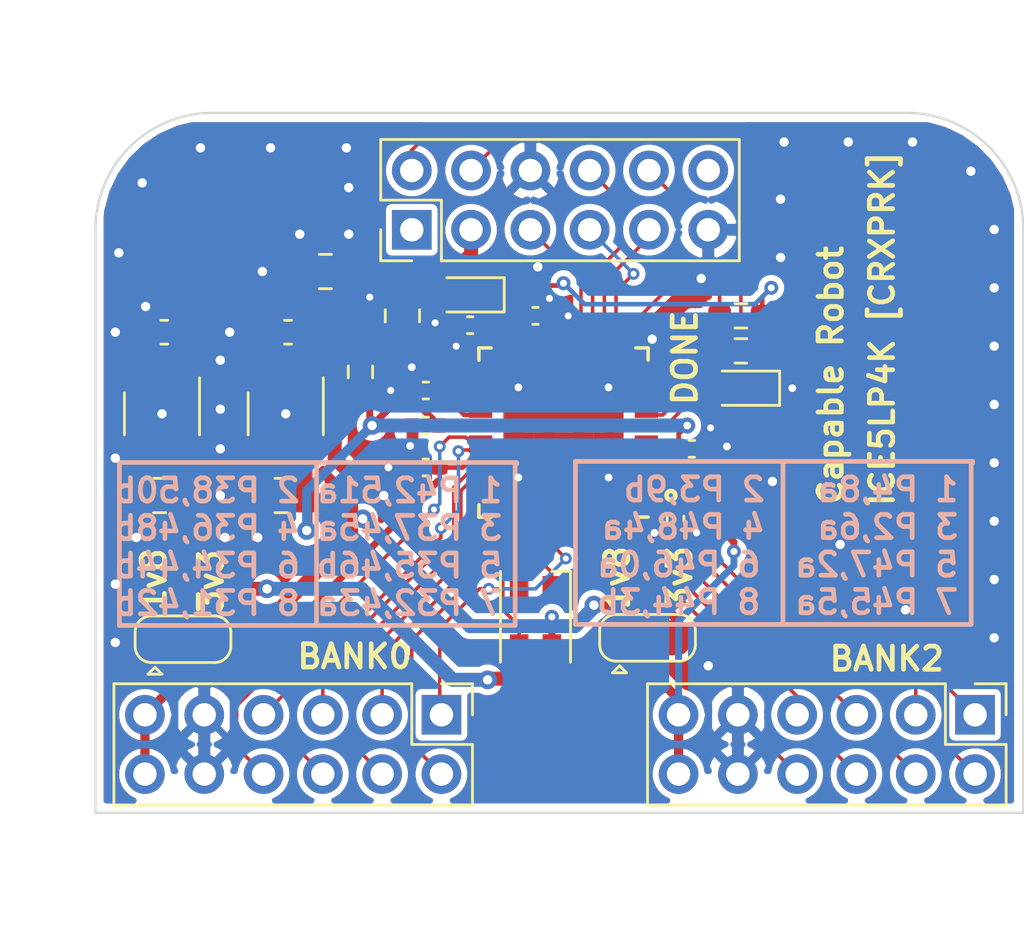
<source format=kicad_pcb>
(kicad_pcb (version 20210722) (generator pcbnew)
  (layers (0 "F.Cu" signal) (31 "B.Cu" signal) (34 "B.Paste" user) (35 "F.Paste" user) (36 "B.SilkS" user "B.Silkscreen") (37 "F.SilkS" user "F.Silkscreen") (38 "B.Mask" user) (39 "F.Mask" user) (44 "Edge.Cuts" user))
  (net 0 "")
  (net 1 "GND")
  (net 2 "+3V3")
  (net 3 "+1V2")
  (net 4 "Net-(C403-Pad1)")
  (net 5 "GPIO23_CDN")
  (net 6 "GPIO24_CRS")
  (net 7 "SPI_MOSI")
  (net 8 "SPI_MISO")
  (net 9 "GPIO25_SS")
  (net 10 "SPI_CLK")
  (net 11 "SPI_CE0")
  (net 12 "+1V8")
  (net 13 "/FPGA/B_9a")
  (net 14 "/FPGA/B_6a")
  (net 15 "/FPGA/B_4a")
  (net 16 "/FPGA/B_2a")
  (net 17 "/FPGA/B_0a")
  (net 18 "/FPGA/B_5a")
  (net 19 "/FPGA/B_3b")
  (net 20 "/FPGA/B_8a")
  (net 21 "Net-(J3-Pad8)")
  (net 22 "Net-(J3-Pad7)")
  (net 23 "Net-(J3-Pad6)")
  (net 24 "Net-(J3-Pad5)")
  (net 25 "Net-(J3-Pad4)")
  (net 26 "Net-(J3-Pad3)")
  (net 27 "Net-(J3-Pad2)")
  (net 28 "Net-(J3-Pad1)")
  (net 29 "/FPGA/VCCPLL")
  (net 30 "Net-(RGB1-Pad1)")
  (net 31 "Net-(RGB1-Pad3)")
  (net 32 "Net-(RGB1-Pad2)")
  (net 33 "/FPGA/VCCIO_2")
  (net 34 "/FPGA/VCCIO_0")
  (footprint "emeb:QFN-48-1EP_7x7mm_Pitch0.5mm_DIY_PADS" (layer "F.Cu") (at 135.3 93.7 180)
    (fp_text reference "U401" hide)
    (fp_text value "ice5lp4k_sg48")
  )
  (footprint "Package_TO_SOT_SMD:SOT-23-5_HandSoldering" (layer "F.Cu") (at 118.1 92.9 -90)
    (fp_text reference "U1" hide)
    (fp_text value "MCP1824-1.8")
  )
  (footprint "Package_TO_SOT_SMD:SOT-23-5_HandSoldering" (layer "F.Cu") (at 123.4 92.9 -90)
    (fp_text reference "U302" hide)
    (fp_text value "MCP1824-1.2")
  )
  (footprint "Capacitor_SMD:C_0603_1608Metric_Pad1.08x0.95mm_HandSolder" (layer "F.Cu") (at 118.2 89.4 180)
    (fp_text reference "C1" hide)
    (fp_text value "1uf")
  )
  (footprint "Capacitor_SMD:C_0805_2012Metric_Pad1.18x1.45mm_HandSolder" (layer "F.Cu") (at 118 96.4 180)
    (fp_text reference "C2" hide)
    (fp_text value "10uf")
  )
  (footprint "Capacitor_SMD:C_0603_1608Metric_Pad1.08x0.95mm_HandSolder" (layer "F.Cu") (at 123.5 89.4 180)
    (fp_text reference "C302" hide)
    (fp_text value "1uf")
  )
  (footprint "Capacitor_SMD:C_0805_2012Metric_Pad1.18x1.45mm_HandSolder" (layer "F.Cu") (at 125.1 86.8 180)
    (fp_text reference "C303" hide)
    (fp_text value "10uf")
  )
  (footprint "Capacitor_SMD:C_0402_1005Metric_Pad0.74x0.62mm_HandSolder" (layer "F.Cu") (at 140.1 97.4 -90)
    (fp_text reference "C401" hide)
    (fp_text value "0.1uf")
  )
  (footprint "Capacitor_SMD:C_0402_1005Metric_Pad0.74x0.62mm_HandSolder" (layer "F.Cu") (at 140.8 94.4)
    (fp_text reference "C402" hide)
    (fp_text value "0.1uf")
  )
  (footprint "Capacitor_SMD:C_0402_1005Metric_Pad0.74x0.62mm_HandSolder" (layer "F.Cu") (at 129.4 95.2 180)
    (fp_text reference "C408" hide)
    (fp_text value "0.1uf")
  )
  (footprint "Connector_PinHeader_2.54mm:PinHeader_2x06_P2.54mm_Vertical" (layer "F.Cu") (at 130.07 105.8 -90)
    (fp_text reference "J3" hide)
    (fp_text value "Conn_02x06_Odd_Even")
  )
  (footprint "Capacitor_SMD:C_0402_1005Metric_Pad0.74x0.62mm_HandSolder" (layer "F.Cu") (at 131.3 89.1 180)
    (fp_text reference "C403" hide)
    (fp_text value "0.1uf")
  )
  (footprint "Capacitor_SMD:C_0402_1005Metric_Pad0.74x0.62mm_HandSolder" (layer "F.Cu") (at 134.1 88.7)
    (fp_text reference "C404" hide)
    (fp_text value "0.1uf")
  )
  (footprint "Capacitor_SMD:C_0402_1005Metric_Pad0.74x0.62mm_HandSolder" (layer "F.Cu") (at 129.4 93.4 180)
    (fp_text reference "C407" hide)
    (fp_text value "0.1uf")
  )
  (footprint "LED_SMD:LED_Cree-PLCC4_3.2x2.8mm_CCW" (layer "F.Cu") (at 134.1 101.6 -90)
    (fp_text reference "RGB1" hide)
    (fp_text value "LED_RGBA")
  )
  (footprint "LED_SMD:LED_0603_1608Metric_Pad1.05x0.95mm_HandSolder" (layer "F.Cu") (at 142.9 91.8 180)
    (fp_text reference "D401" hide)
    (fp_text value "LED")
  )
  (footprint "Resistor_SMD:R_0603_1608Metric_Pad0.98x0.95mm_HandSolder" (layer "F.Cu") (at 142.9 90.2 180)
    (fp_text reference "R402" hide)
    (fp_text value "2.2k")
  )
  (footprint "Resistor_SMD:R_0603_1608Metric_Pad0.98x0.95mm_HandSolder" (layer "F.Cu") (at 142.9 88.7 180)
    (fp_text reference "R401" hide)
    (fp_text value "10k")
  )
  (footprint "Connector_PinHeader_2.54mm:PinHeader_2x06_P2.54mm_Vertical" (layer "F.Cu") (at 128.8 85.01 90)
    (fp_text reference "J1" hide)
    (fp_text value "Conn_02x06_Odd_Even")
  )
  (footprint "Connector_PinHeader_2.54mm:PinHeader_2x06_P2.54mm_Vertical" (layer "F.Cu") (at 152.93 105.8 -90)
    (fp_text reference "J2" hide)
    (fp_text value "Conn_02x06_Odd_Even")
  )
  (footprint "Jumper:SolderJumper-3_P1.3mm_Bridged12_RoundedPad1.0x1.5mm" (layer "F.Cu") (at 138.9 102.5)
    (fp_text reference "JP1" hide)
    (fp_text value "Jumper_3_Bridged12")
  )
  (footprint "Resistor_SMD:R_0603_1608Metric_Pad0.98x0.95mm_HandSolder" (layer "F.Cu") (at 126.6 91.1 -90)
    (fp_text reference "R406" hide)
    (fp_text value "100")
  )
  (footprint "Jumper:SolderJumper-3_P1.3mm_Bridged12_RoundedPad1.0x1.5mm" (layer "F.Cu") (at 119 102.56)
    (fp_text reference "JP2" hide)
    (fp_text value "Jumper_3_Bridged12")
  )
  (footprint "Capacitor_SMD:C_0402_1005Metric_Pad0.74x0.62mm_HandSolder" (layer "F.Cu") (at 129.4 91.9 180)
    (fp_text reference "C405" hide)
    (fp_text value "0.1uf")
  )
  (footprint "Diode_SMD:D_0603_1608Metric_Pad1.05x0.95mm_HandSolder" (layer "F.Cu") (at 131.1 87.8 180)
    (fp_text reference "D405" hide)
    (fp_text value "D")
  )
  (footprint "Capacitor_SMD:C_0805_2012Metric_Pad1.18x1.45mm_HandSolder" (layer "F.Cu") (at 128.4 88.7 90)
    (fp_text reference "C406" hide)
    (fp_text value "10uf")
  )
  (footprint "Capacitor_SMD:C_0805_2012Metric_Pad1.18x1.45mm_HandSolder" (layer "F.Cu") (at 123.2 96.4 180)
    (fp_text reference "C304" hide)
    (fp_text value "10uf")
  )
  (gr_line (start 152.7645 95.066) (end 152.7645 101.924) (angle 90) (layer "B.SilkS") (width 0.2))
  (gr_line (start 152.7645 101.924) (end 135.81 101.924) (angle 90) (layer "B.SilkS") (width 0.2))
  (gr_line (start 135.81 101.924) (end 135.81 94.939) (angle 90) (layer "B.SilkS") (width 0.2))
  (gr_line (start 135.81 94.939) (end 152.828 94.939) (angle 90) (layer "B.SilkS") (width 0.2))
  (gr_line (start 152.828 94.939) (end 152.828 95.0025) (angle 90) (layer "B.SilkS") (width 0.2))
  (gr_line (start 144.7 94.939) (end 144.7 101.924) (angle 90) (layer "B.SilkS") (width 0.2))
  (gr_line (start 124.72 94.983) (end 124.72 101.968) (angle 90) (layer "B.SilkS") (width 0.2))
  (gr_line (start 133.2925 94.983) (end 133.2925 95.0465) (angle 90) (layer "B.SilkS") (width 0.2))
  (gr_line (start 116.2745 94.983) (end 133.2925 94.983) (angle 90) (layer "B.SilkS") (width 0.2))
  (gr_line (start 116.2745 101.968) (end 116.2745 94.983) (angle 90) (layer "B.SilkS") (width 0.2))
  (gr_line (start 133.229 101.968) (end 116.2745 101.968) (angle 90) (layer "B.SilkS") (width 0.2))
  (gr_line (start 133.229 95.11) (end 133.229 101.968) (angle 90) (layer "B.SilkS") (width 0.2))
  (gr_circle (center 139.902 96.3965) (end 139.8385 96.46) (layer "F.SilkS") (width 0.2) (fill none))
  (gr_line (start 120.25 80) (end 150 80) (angle 90) (layer "Edge.Cuts") (width 0.1))
  (gr_line (start 155 85) (end 155 110) (angle 90) (layer "Edge.Cuts") (width 0.1))
  (gr_arc (start 120.25 85) (end 120.25 80) (angle -90) (layer "Edge.Cuts") (width 0.1))
  (gr_line (start 115.25 85) (end 115.25 110) (layer "Edge.Cuts") (width 0.1))
  (gr_arc (start 150 85) (end 155 85) (angle -90) (layer "Edge.Cuts") (width 0.1))
  (gr_line (start 115.25 110) (end 155 110) (angle 90) (layer "Edge.Cuts") (width 0.1))
  (gr_text "1 P4,8a   2 P3,9b\n3 P2,6a   4 P48,4a\n5 P47,2a  6 P46,0a\n7 P45,5a  8 P44,3b" (at 152.32 98.5585) (layer "B.SilkS") (effects (font (size 1 1) (thickness 0.2)) (justify left mirror)))
  (gr_text "1 P42,51a 2 P38,50b\n3 P37,45a 4 P36,48b \n5 P35,46b 6 P34,44b \n7 P32,43a 8 P31,42b" (at 132.7845 98.6025) (layer "B.SilkS") (effects (font (size 1 1) (thickness 0.2)) (justify left mirror)))
  (gr_text "BANK0" (at 126.35 103.3) (layer "F.SilkS") (effects (font (size 1 1) (thickness 0.2))))
  (gr_text "BANK2" (at 149.15 103.4) (layer "F.SilkS") (effects (font (size 1 1) (thickness 0.2))))
  (gr_text "1v8" (at 137.6 99.925 90) (layer "F.SilkS") (effects (font (size 1 1) (thickness 0.2))))
  (gr_text "Capable Robot" (at 146.75 91.25 90) (layer "F.SilkS") (effects (font (size 1 1) (thickness 0.2))))
  (gr_text "3v3" (at 120.2 100.075 90) (layer "F.SilkS") (effects (font (size 1 1) (thickness 0.2))))
  (gr_text "ICE5LP4K [CRXPRK]" (at 148.95 89.25 90) (layer "F.SilkS") (effects (font (size 1 1) (thickness 0.2))))
  (gr_text "DONE" (at 140.5 90.5 90) (layer "F.SilkS") (effects (font (size 1 1) (thickness 0.2))))
  (gr_text "3v3" (at 140.275 99.925 90) (layer "F.SilkS") (effects (font (size 1 1) (thickness 0.2))))
  (gr_text "1v8" (at 117.75 100.025 90) (layer "F.SilkS") (effects (font (size 1 1) (thickness 0.2))))
  (segment (start 137.23125 93.05625) (end 137.23125 94.34375) (width 0.254) (layer "F.Cu") (net 1))
  (segment (start 137.23125 94.34375) (end 137.23125 95.63125) (width 0.254) (layer "F.Cu") (net 1))
  (segment (start 137.23125 95.63125) (end 135.94375 95.63125) (width 0.254) (layer "F.Cu") (net 1))
  (segment (start 135.94375 95.63125) (end 135.94375 94.34375) (width 0.254) (layer "F.Cu") (net 1))
  (segment (start 135.94375 94.34375) (end 135.94375 93.05625) (width 0.254) (layer "F.Cu") (net 1))
  (segment (start 135.94375 93.05625) (end 135.94375 91.76875) (width 0.254) (layer "F.Cu") (net 1))
  (segment (start 135.94375 91.76875) (end 134.65625 91.76875) (width 0.254) (layer "F.Cu") (net 1))
  (segment (start 134.65625 91.76875) (end 134.65625 93.05625) (width 0.254) (layer "F.Cu") (net 1))
  (segment (start 134.65625 93.05625) (end 134.65625 94.34375) (width 0.254) (layer "F.Cu") (net 1))
  (segment (start 134.65625 94.34375) (end 134.65625 95.63125) (width 0.254) (layer "F.Cu") (net 1))
  (segment (start 134.65625 95.63125) (end 133.36875 95.63125) (width 0.254) (layer "F.Cu") (net 1))
  (segment (start 133.36875 95.63125) (end 133.36875 94.34375) (width 0.254) (layer "F.Cu") (net 1))
  (segment (start 133.36875 94.34375) (end 133.36875 93.05625) (width 0.254) (layer "F.Cu") (net 1))
  (segment (start 133.36875 93.05625) (end 133.36875 91.76875) (width 0.254) (layer "F.Cu") (net 1))
  (segment (start 123.4 91.55) (end 123.4 92.9) (width 0.4) (layer "F.Cu") (net 1))
  (segment (start 122.2 97.699992) (end 122.2 97.9) (width 0.4) (layer "F.Cu") (net 1))
  (segment (start 120.900008 96.4) (end 120.9 96.399992) (width 0.4) (layer "F.Cu") (net 1))
  (segment (start 122.1625 96.4) (end 120.900008 96.4) (width 0.4) (layer "F.Cu") (net 1))
  (segment (start 122.6375 89.4) (end 121.5 89.4) (width 0.4) (layer "F.Cu") (net 1))
  (segment (start 122.1625 96.4) (end 122.1625 97.8625) (width 0.4) (layer "F.Cu") (net 1))
  (segment (start 122.1625 97.8625) (end 122.2 97.9) (width 0.4) (layer "F.Cu") (net 1))
  (segment (start 124.0625 85.4625) (end 124 85.4) (width 0.4) (layer "F.Cu") (net 1))
  (segment (start 115.95 96.4) (end 115.8 96.25) (width 0.4) (layer "F.Cu") (net 1))
  (segment (start 118.1 91.55) (end 118.1 92.9) (width 0.4) (layer "F.Cu") (net 1))
  (segment (start 140.1 97.9675) (end 139.2325 97.9675) (width 0.2) (layer "F.Cu") (net 1))
  (segment (start 129.9 89.1) (end 129.8 89) (width 0.3) (layer "F.Cu") (net 1))
  (segment (start 130.7325 89.967508) (end 130.7 90.000008) (width 0.3) (layer "F.Cu") (net 1))
  (segment (start 142.2 94.4) (end 142.3 94.3) (width 0.2) (layer "F.Cu") (net 1))
  (segment (start 141.3675 94.4) (end 142.2 94.4) (width 0.2) (layer "F.Cu") (net 1))
  (segment (start 145.3 91.8) (end 145.099998 91.8) (width 0.2) (layer "F.Cu") (net 1))
  (segment (start 140.1 97.9675) (end 140.9675 97.9675) (width 0.2) (layer "F.Cu") (net 1))
  (segment (start 116.9625 96.4) (end 115.95 96.4) (width 0.4) (layer "F.Cu") (net 1))
  (segment (start 134.6675 87.98491) (end 134.7 87.95241) (width 0.2) (layer "F.Cu") (net 1))
  (segment (start 130.7325 89.1) (end 129.9 89.1) (width 0.3) (layer "F.Cu") (net 1))
  (segment (start 128.4 87.6625) (end 127.2375 87.6625) (width 0.3) (layer "F.Cu") (net 1))
  (segment (start 117.3375 89.4) (end 116.1 89.4) (width 0.4) (layer "F.Cu") (net 1))
  (segment (start 127.90002 91.9) (end 127.9 91.89998) (width 0.3) (layer "F.Cu") (net 1))
  (segment (start 134.6675 88.7) (end 134.6675 87.98491) (width 0.2) (layer "F.Cu") (net 1))
  (segment (start 128.8325 90.9325) (end 128.8 90.9) (width 0.3) (layer "F.Cu") (net 1))
  (segment (start 128.8325 94.170392) (end 128.72943 94.273462) (width 0.2) (layer "F.Cu") (net 1))
  (segment (start 133.88 82.47) (end 132.65 83.7) (width 0.4) (layer "F.Cu") (net 1))
  (segment (start 116.9625 97.8375) (end 116.9 97.9) (width 0.4) (layer "F.Cu") (net 1))
  (segment (start 141.3675 94.4) (end 141.3675 93.7325) (width 0.2) (layer "F.Cu") (net 1))
  (segment (start 116.9625 96.4) (end 116.9625 97.8375) (width 0.4) (layer "F.Cu") (net 1))
  (segment (start 143.775 91.8) (end 145.099998 91.8) (width 0.2) (layer "F.Cu") (net 1))
  (segment (start 140.9675 97.9675) (end 141 98) (width 0.2) (layer "F.Cu") (net 1))
  (segment (start 127.2375 87.6625) (end 127 87.9) (width 0.3) (layer "F.Cu") (net 1))
  (segment (start 130.7325 89.1) (end 130.7325 89.967508) (width 0.3) (layer "F.Cu") (net 1))
  (segment (start 117.3375 89.4) (end 117.3375 88.3625) (width 0.4) (layer "F.Cu") (net 1))
  (segment (start 117.3375 88.3625) (end 117.4 88.3) (width 0.4) (layer "F.Cu") (net 1))
  (segment (start 124.0625 86.8) (end 124.0625 85.4625) (width 0.4) (layer "F.Cu") (net 1))
  (segment (start 128.8325 95.2) (end 128.8325 94.376532) (width 0.3) (layer "F.Cu") (net 1))
  (segment (start 137.23125 91.76875) (end 137.23125 93.05625) (width 0.254) (layer "F.Cu") (net 1))
  (segment (start 128.4 87.6625) (end 128.4 87.8) (width 0.3) (layer "F.Cu") (net 1))
  (segment (start 128.8325 95.2) (end 127.8 95.2) (width 0.3) (layer "F.Cu") (net 1))
  (segment (start 134.6675 88.7) (end 135.5 88.7) (width 0.2) (layer "F.Cu") (net 1))
  (segment (start 141.3675 93.7325) (end 141.6 93.5) (width 0.2) (layer "F.Cu") (net 1))
  (segment (start 124.0625 86.8) (end 122.8 86.8) (width 0.4) (layer "F.Cu") (net 1))
  (segment (start 128.8325 91.9) (end 127.90002 91.9) (width 0.3) (layer "F.Cu") (net 1))
  (segment (start 128.8325 94.376532) (end 128.72943 94.273462) (width 0.2) (layer "F.Cu") (net 1))
  (segment (start 128 91.79998) (end 127.9 91.89998) (width 0.3) (layer "F.Cu") (net 1))
  (segment (start 128.4625 87.6625) (end 129.8 89) (width 0.3) (layer "F.Cu") (net 1))
  (segment (start 128.8325 93.4) (end 128.8325 94.170392) (width 0.3) (layer "F.Cu") (net 1))
  (segment (start 128.4 87.6625) (end 128.4625 87.6625) (width 0.3) (layer "F.Cu") (net 1))
  (segment (start 115.8 96.25) (end 115.8 95.1) (width 0.4) (layer "F.Cu") (net 1))
  (segment (start 139.2325 97.9675) (end 139.2 98) (width 0.2) (layer "F.Cu") (net 1))
  (segment (start 128.8325 91.9) (end 128.8325 90.9325) (width 0.3) (layer "F.Cu") (net 1))
  (segment (start 115.8 95.1) (end 116.1 94.8) (width 0.4) (layer "F.Cu") (net 1))
  (via (at 123.4 92.9) (size 0.8) (drill 0.4) (layers "F.Cu" "B.Cu") (net 1))
  (via (at 122.2 98.2) (size 0.8) (drill 0.4) (layers "F.Cu" "B.Cu") (net 1))
  (via (at 120.6 96.399992) (size 0.8) (drill 0.4) (layers "F.Cu" "B.Cu") (net 1))
  (via (at 121 89.4) (size 0.8) (drill 0.4) (layers "F.Cu" "B.Cu") (net 1))
  (via (at 117.4 88.3) (size 0.8) (drill 0.4) (layers "F.Cu" "B.Cu") (net 1))
  (via (at 139.1 89.7) (size 0.8) (drill 0.4) (layers "F.Cu" "B.Cu") (net 1))
  (via (at 149.95 101.3) (size 0.8) (drill 0.4) (layers "F.Cu" "B.Cu") (net 1))
  (via (at 117 98.2) (size 0.8) (drill 0.4) (layers "F.Cu" "B.Cu") (net 1))
  (via (at 150.25 81.25) (size 0.8) (drill 0.4) (layers "F.Cu" "B.Cu") (net 1))
  (via (at 141 98) (size 0.6) (drill 0.3) (layers "F.Cu" "B.Cu") (net 1))
  (via (at 153.75 87.5) (size 0.8) (drill 0.4) (layers "F.Cu" "B.Cu") (net 1))
  (via (at 117.25 83) (size 0.8) (drill 0.4) (layers "F.Cu" "B.Cu") (net 1))
  (via (at 153.75 92.5) (size 0.8) (drill 0.4) (layers "F.Cu" "B.Cu") (net 1))
  (via (at 122.75 81.5) (size 0.8) (drill 0.4) (layers "F.Cu" "B.Cu") (net 1))
  (via (at 129.8 89) (size 0.6) (drill 0.3) (layers "F.Cu" "B.Cu") (net 1))
  (via (at 153.75 97.5) (size 0.8) (drill 0.4) (layers "F.Cu" "B.Cu") (net 1))
  (via (at 141.2 87.1) (size 0.8) (drill 0.4) (layers "F.Cu" "B.Cu") (net 1))
  (via (at 145.099998 91.8) (size 0.6858) (drill 0.3302) (layers "F.Cu" "B.Cu") (net 1))
  (via (at 126 81.5) (size 0.8) (drill 0.4) (layers "F.Cu" "B.Cu") (net 1))
  (via (at 127.6 96.4) (size 0.8) (drill 0.4) (layers "F.Cu" "B.Cu") (net 1))
  (via (at 116.1 94.8) (size 0.8) (drill 0.4) (layers "F.Cu" "B.Cu") (net 1))
  (via (at 144.75 81.25) (size 0.8) (drill 0.4) (layers "F.Cu" "B.Cu") (net 1))
  (via (at 120.6 92.7) (size 0.8) (drill 0.4) (layers "F.Cu" "B.Cu") (net 1))
  (via (at 153.75 95) (size 0.8) (drill 0.4) (layers "F.Cu" "B.Cu") (net 1))
  (via (at 126.1 83.2) (size 0.8) (drill 0.4) (layers "F.Cu" "B.Cu") (net 1))
  (via (at 144.6 83.7) (size 0.8) (drill 0.4) (layers "F.Cu" "B.Cu") (net 1))
  (via (at 116.1 102.7) (size 0.8) (drill 0.4) (layers "F.Cu" "B.Cu") (net 1))
  (via (at 135.5 88.7) (size 0.6) (drill 0.3) (layers "F.Cu" "B.Cu") (net 1))
  (via (at 118.1 92.9) (size 0.8) (drill 0.4) (layers "F.Cu" "B.Cu") (net 1))
  (via (at 120.6 94.4) (size 0.8) (drill 0.4) (layers "F.Cu" "B.Cu") (net 1))
  (via (at 120.6 90.6) (size 0.8) (drill 0.4) (layers "F.Cu" "B.Cu") (net 1))
  (via (at 147.15 98.5) (size 0.8) (drill 0.4) (layers "F.Cu" "B.Cu") (net 1))
  (via (at 139.2 98) (size 0.6858) (drill 0.3302) (layers "F.Cu" "B.Cu") (net 1))
  (via (at 134.7 87.95241) (size 0.6) (drill 0.3) (layers "F.Cu" "B.Cu") (net 1))
  (via (at 144.25 95.8) (size 0.8) (drill 0.4) (layers "F.Cu" "B.Cu") (net 1))
  (via (at 128.72943 94.273462) (size 0.6858) (drill 0.3302) (layers "F.Cu" "B.Cu") (net 1))
  (via (at 116.25 86) (size 0.8) (drill 0.4) (layers "F.Cu" "B.Cu") (net 1))
  (via (at 152.75 82.5) (size 0.8) (drill 0.4) (layers "F.Cu" "B.Cu") (net 1))
  (via (at 134.2 86.6) (size 0.8) (drill 0.4) (layers "F.Cu" "B.Cu") (net 1))
  (via (at 127.9 91.89998) (size 0.6) (drill 0.3) (layers "F.Cu" "B.Cu") (net 1))
  (via (at 122.4 86.8) (size 0.8) (drill 0.4) (layers "F.Cu" "B.Cu") (net 1))
  (via (at 120.8 98.2) (size 0.8) (drill 0.4) (layers "F.Cu" "B.Cu") (net 1))
  (via (at 153.75 85) (size 0.8) (drill 0.4) (layers "F.Cu" "B.Cu") (net 1))
  (via (at 153.75 100) (size 0.8) (drill 0.4) (layers "F.Cu" "B.Cu") (net 1))
  (via (at 153.75 90) (size 0.8) (drill 0.4) (layers "F.Cu" "B.Cu") (net 1))
  (via (at 142.3 94.3) (size 0.6858) (drill 0.3302) (layers "F.Cu" "B.Cu") (net 1))
  (via (at 137.23125 91.76875) (size 0.6858) (drill 0.3302) (layers "F.Cu" "B.Cu") (net 1))
  (via (at 141.5 103.7) (size 0.8) (drill 0.4) (layers "F.Cu" "B.Cu") (net 1))
  (via (at 116.1 89.4) (size 0.8) (drill 0.4) (layers "F.Cu" "B.Cu") (net 1))
  (via (at 119.75 81.5) (size 0.8) (drill 0.4) (layers "F.Cu" "B.Cu") (net 1))
  (via (at 133.36875 91.76875) (size 0.6858) (drill 0.3302) (layers "F.Cu" "B.Cu") (net 1))
  (via (at 124 85.2) (size 0.8) (drill 0.4) (layers "F.Cu" "B.Cu") (net 1))
  (via (at 127 87.9) (size 0.6) (drill 0.3) (layers "F.Cu" "B.Cu") (net 1))
  (via (at 133.36875 95.63125) (size 0.6858) (drill 0.3302) (layers "F.Cu" "B.Cu") (net 1))
  (via (at 141.6 93.5) (size 0.6) (drill 0.3) (layers "F.Cu" "B.Cu") (net 1))
  (via (at 126.1 85.2) (size 0.8) (drill 0.4) (layers "F.Cu" "B.Cu") (net 1))
  (via (at 147.5 81.25) (size 0.8) (drill 0.4) (layers "F.Cu" "B.Cu") (net 1))
  (via (at 137.23125 95.63125) (size 0.6858) (drill 0.3302) (layers "F.Cu" "B.Cu") (net 1))
  (via (at 128.8 90.9) (size 0.6858) (drill 0.3302) (layers "F.Cu" "B.Cu") (net 1))
  (via (at 144.6 86.2) (size 0.8) (drill 0.4) (layers "F.Cu" "B.Cu") (net 1))
  (via (at 116.1 100.2) (size 0.8) (drill 0.4) (layers "F.Cu" "B.Cu") (net 1))
  (via (at 130.7 90.000008) (size 0.6) (drill 0.3) (layers "F.Cu" "B.Cu") (net 1))
  (via (at 127.8 95.2) (size 0.6858) (drill 0.3302) (layers "F.Cu" "B.Cu") (net 1))
  (via (at 153.75 102.5) (size 0.8) (drill 0.4) (layers "F.Cu" "B.Cu") (net 1))
  (segment (start 133.3615 91.7615) (end 133.36875 91.76875) (width 0.254) (layer "B.Cu") (net 1))
  (segment (start 133.3615 91.761) (end 133.3615 91.7615) (width 0.254) (layer "B.Cu") (net 1))
  (segment (start 137.235 91.765) (end 137.23125 91.76875) (width 0.254) (layer "B.Cu") (net 1))
  (segment (start 137.235 91.765) (end 137.235 91.761) (width 0.254) (layer "B.Cu") (net 1))
  (segment (start 137.2345 95.6345) (end 137.23125 95.63125) (width 0.254) (layer "B.Cu") (net 1))
  (segment (start 137.235 95.6345) (end 137.2345 95.6345) (width 0.254) (layer "B.Cu") (net 1))
  (segment (start 133.3655 95.6345) (end 133.36875 95.63125) (width 0.254) (layer "B.Cu") (net 1))
  (segment (start 133.3615 95.6345) (end 133.3655 95.6345) (width 0.254) (layer "B.Cu") (net 1))
  (segment (start 141.1 103.7) (end 141.515 104.115) (width 0.3) (layer "B.Cu") (net 1))
  (segment (start 121.01 106.9) (end 121.15 106.9) (width 0.3) (layer "B.Cu") (net 1))
  (segment (start 133.88 82.47) (end 135.1 83.69) (width 0.4) (layer "B.Cu") (net 1))
  (segment (start 121.25 107) (end 121.15 106.9) (width 0.3) (layer "B.Cu") (net 1))
  (segment (start 144.03 107.06) (end 142.77 105.8) (width 0.4) (layer "B.Cu") (net 1))
  (segment (start 119.91 105.8) (end 121.01 106.9) (width 0.3) (layer "B.Cu") (net 1))
  (segment (start 118.65 106.92) (end 118.65 103.96) (width 0.3) (layer "B.Cu") (net 1))
  (segment (start 142.77 108.34) (end 141.515 107.085) (width 0.4) (layer "B.Cu") (net 1))
  (segment (start 144.05 107.06) (end 144.03 107.06) (width 0.4) (layer "B.Cu") (net 1))
  (segment (start 142.77 108.34) (end 144.05 107.06) (width 0.4) (layer "B.Cu") (net 1))
  (segment (start 118.57 107) (end 118.65 106.92) (width 0.3) (layer "B.Cu") (net 1))
  (segment (start 119.91 108.34) (end 121.25 107) (width 0.4) (layer "B.Cu") (net 1))
  (segment (start 133.88 82.47) (end 132.65 83.7) (width 0.4) (layer "B.Cu") (net 1))
  (segment (start 118.65 103.96) (end 118.57 103.88) (width 0.3) (layer "B.Cu") (net 1))
  (segment (start 121.15 106.9) (end 121.15 104.3) (width 0.3) (layer "B.Cu") (net 1))
  (segment (start 119.91 108.34) (end 118.57 107) (width 0.4) (layer "B.Cu") (net 1))
  (segment (start 142.77 105.8) (end 141.77 106.8) (width 0.4) (layer "B.Cu") (net 1))
  (segment (start 119.95 103) (end 119.95 105.76) (width 0.4) (layer "B.Cu") (net 1))
  (segment (start 141.515 107.085) (end 141.43 107) (width 0.4) (layer "B.Cu") (net 1))
  (segment (start 119.95 105.76) (end 118.81 106.9) (width 0.4) (layer "B.Cu") (net 1))
  (segment (start 144.05 107.06) (end 144.05 104.25) (width 0.3) (layer "B.Cu") (net 1))
  (segment (start 121.15 104.3) (end 121.25 104.2) (width 0.3) (layer "B.Cu") (net 1))
  (segment (start 141.515 104.115) (end 141.515 107.085) (width 0.3) (layer "B.Cu") (net 1))
  (segment (start 133.552 88.84) (end 133.552 88.84) (width 0.254) (layer "F.Cu") (net 2))
  (segment (start 133.55 88.842) (end 133.552 88.84) (width 0.254) (layer "F.Cu") (net 2))
  (segment (start 124.35 89.4125) (end 124.3625 89.4) (width 0.4) (layer "F.Cu") (net 2))
  (segment (start 124.35 91.55) (end 124.35 90.35) (width 0.4) (layer "F.Cu") (net 2))
  (segment (start 122.55 90.35) (end 124.35 90.35) (width 0.2) (layer "F.Cu") (net 2))
  (segment (start 124.35 90.35) (end 124.35 89.4125) (width 0.4) (layer "F.Cu") (net 2))
  (segment (start 122.45 90.45) (end 122.55 90.35) (width 0.2) (layer "F.Cu") (net 2))
  (segment (start 122.45 91.55) (end 122.45 90.45) (width 0.2) (layer "F.Cu") (net 2))
  (segment (start 139.547592 101.1) (end 136.6 101.1) (width 0.4) (layer "F.Cu") (net 2))
  (segment (start 133.55 90.15) (end 133.55 88.7175) (width 0.2) (layer "F.Cu") (net 2))
  (segment (start 133.5325 88.7) (end 133.5325 87.3325) (width 0.3) (layer "F.Cu") (net 2))
  (segment (start 126.7 97.4) (end 126.2 97.4) (width 0.6) (layer "F.Cu") (net 2))
  (segment (start 119.9 88.2) (end 120.8 88.2) (width 0.5) (layer "F.Cu") (net 2))
  (segment (start 119.0625 88.6375) (end 119.0625 89.4) (width 0.4) (layer "F.Cu") (net 2))
  (segment (start 124.3625 89.4) (end 125.5 89.4) (width 0.4) (layer "F.Cu") (net 2))
  (segment (start 117.15 90.45) (end 117.25 90.35) (width 0.2) (layer "F.Cu") (net 2))
  (segment (start 133.5325 87.0325) (end 133.1 86.6) (width 0.3) (layer "F.Cu") (net 2))
  (segment (start 133.55 88.7175) (end 133.5325 88.7) (width 0.2) (layer "F.Cu") (net 2))
  (segment (start 126.1 86.8375) (end 126.1375 86.8) (width 0.6) (layer "F.Cu") (net 2))
  (segment (start 134.1 87.4) (end 135.2 87.4) (width 0.2) (layer "F.Cu") (net 2))
  (segment (start 143.8125 88.7) (end 143.8125 87.8875) (width 0.2) (layer "F.Cu") (net 2))
  (segment (start 117.15 91.55) (end 117.15 90.45) (width 0.2) (layer "F.Cu") (net 2))
  (segment (start 130.225 86.575) (end 130.3 86.5) (width 0.3) (layer "F.Cu") (net 2))
  (segment (start 125.5 94.8) (end 126.2 95.5) (width 0.6) (layer "F.Cu") (net 2))
  (segment (start 120.8 88.2) (end 125.3 88.2) (width 0.5) (layer "F.Cu") (net 2))
  (segment (start 126.1375 88.3625) (end 125.8 88.7) (width 0.6) (layer "F.Cu") (net 2))
  (segment (start 140.2 102.5) (end 140.2 101.752408) (width 0.4) (layer "F.Cu") (net 2))
  (segment (start 119.5 88.2) (end 119.0625 88.6375) (width 0.4) (layer "F.Cu") (net 2))
  (segment (start 121.84 102.56) (end 120.3 102.56) (width 0.4) (layer "F.Cu") (net 2))
  (segment (start 131.34 86.06) (end 131.34 85.01) (width 0.6) (layer "F.Cu") (net 2))
  (segment (start 133.552 88.6805) (end 133.5325 88.7) (width 0.2) (layer "F.Cu") (net 2))
  (segment (start 125.5 89) (end 125.5 89.4) (width 0.6) (layer "F.Cu") (net 2))
  (segment (start 126.1375 86.8) (end 126.1375 88.3625) (width 0.6) (layer "F.Cu") (net 2))
  (segment (start 133.5325 87.3325) (end 133.5325 87.0325) (width 0.3) (layer "F.Cu") (net 2))
  (segment (start 126.2 95.5) (end 126.2 97.4) (width 0.6) (layer "F.Cu") (net 2))
  (segment (start 119.05 90.35) (end 119.05 89.4125) (width 0.4) (layer "F.Cu") (net 2))
  (segment (start 133.1 86.6) (end 131.88 86.6) (width 0.3) (layer "F.Cu") (net 2))
  (segment (start 133.6 87.4) (end 133.5325 87.3325) (width 0.3) (layer "F.Cu") (net 2))
  (segment (start 127 86.7) (end 127.2 86.5) (width 0.6) (layer "F.Cu") (net 2))
  (segment (start 135.2 87.4) (end 135.3 87.3) (width 0.2) (layer "F.Cu") (net 2))
  (segment (start 134.8 102.85) (end 134.8 101.600006) (width 0.3) (layer "F.Cu") (net 2))
  (segment (start 126.2375 86.7) (end 127 86.7) (width 0.6) (layer "F.Cu") (net 2))
  (segment (start 125.3 88.2) (end 125.8 88.7) (width 0.5) (layer "F.Cu") (net 2))
  (segment (start 117.25 90.35) (end 119.05 90.35) (width 0.2) (layer "F.Cu") (net 2))
  (segment (start 119.05 91.55) (end 119.05 90.35) (width 0.4) (layer "F.Cu") (net 2))
  (segment (start 143.8125 87.8875) (end 144.2 87.5) (width 0.2) (layer "F.Cu") (net 2))
  (segment (start 119.05 89.4125) (end 119.0625 89.4) (width 0.4) (layer "F.Cu") (net 2))
  (segment (start 130.3 86.5) (end 130.9 86.5) (width 0.6) (layer "F.Cu") (net 2))
  (segment (start 131.88 86.6) (end 131.34 86.06) (width 0.3) (layer "F.Cu") (net 2))
  (segment (start 126.2 97.4) (end 126.2 98.2) (width 0.6) (layer "F.Cu") (net 2))
  (segment (start 125.5 89.4) (end 125.5 94.8) (width 0.6) (layer "F.Cu") (net 2))
  (segment (start 140.2 101.752408) (end 139.547592 101.1) (width 0.4) (layer "F.Cu") (net 2))
  (segment (start 131.34 85.94) (end 131.34 85.01) (width 0.3) (layer "F.Cu") (net 2))
  (segment (start 133.6 87.4) (end 134.1 87.4) (width 0.3) (layer "F.Cu") (net 2))
  (segment (start 126.2 98.2) (end 126.1 98.3) (width 0.6) (layer "F.Cu") (net 2))
  (segment (start 127.2 86.5) (end 130.3 86.5) (width 0.6) (layer "F.Cu") (net 2))
  (segment (start 119.9 88.2) (end 119.5 88.2) (width 0.5) (layer "F.Cu") (net 2))
  (segment (start 143.8125 90.2) (end 143.8125 88.7) (width 0.2) (layer "F.Cu") (net 2))
  (segment (start 125.8 88.7) (end 125.5 89) (width 0.6) (layer "F.Cu") (net 2))
  (segment (start 130.9 86.5) (end 131.34 86.06) (width 0.6) (layer "F.Cu") (net 2))
  (segment (start 130.225 87.8) (end 130.225 86.575) (width 0.3) (layer "F.Cu") (net 2))
  (segment (start 126.1 98.3) (end 121.84 102.56) (width 0.6) (layer "F.Cu") (net 2))
  (segment (start 126.1375 86.8) (end 126.2375 86.7) (width 0.6) (layer "F.Cu") (net 2))
  (via (at 126.7 97.4) (size 0.8) (drill 0.4) (layers "F.Cu" "B.Cu") (net 2))
  (via (at 135.3 87.3) (size 0.6) (drill 0.3) (layers "F.Cu" "B.Cu") (net 2))
  (via (at 134.8 101.600006) (size 0.6) (drill 0.3) (layers "F.Cu" "B.Cu") (net 2))
  (via (at 136.6 101.1) (size 0.8) (drill 0.4) (layers "F.Cu" "B.Cu") (net 2))
  (via (at 144.2 87.5) (size 0.6) (drill 0.3) (layers "F.Cu" "B.Cu") (net 2))
  (segment (start 134.7 101.700006) (end 134.8 101.600006) (width 0.3) (layer "B.Cu") (net 2))
  (segment (start 135.8 102) (end 136.6 101.2) (width 0.6) (layer "B.Cu") (net 2))
  (segment (start 126.7 97.4) (end 131.3 102) (width 0.6) (layer "B.Cu") (net 2))
  (segment (start 136.6 101.2) (end 136.6 101.1) (width 0.6) (layer "B.Cu") (net 2))
  (segment (start 143.5 88.2) (end 136.2 88.2) (width 0.2) (layer "B.Cu") (net 2))
  (segment (start 131.3 102) (end 135.8 102) (width 0.6) (layer "B.Cu") (net 2))
  (segment (start 144.2 87.5) (end 143.5 88.2) (width 0.2) (layer "B.Cu") (net 2))
  (segment (start 136.2 88.2) (end 135.3 87.3) (width 0.2) (layer "B.Cu") (net 2))
  (segment (start 124.35 97.85) (end 124.3 97.9) (width 0.4) (layer "F.Cu") (net 3))
  (segment (start 124.35 94.25) (end 124.35 97.85) (width 0.4) (layer "F.Cu") (net 3))
  (segment (start 139.6 94.4) (end 139.55 94.45) (width 0.2) (layer "F.Cu") (net 3))
  (segment (start 129.169902 92.602402) (end 127.897598 92.602402) (width 0.3) (layer "F.Cu") (net 3))
  (segment (start 129.9675 93.4) (end 129.169902 92.602402) (width 0.3) (layer "F.Cu") (net 3))
  (segment (start 140.2325 94.4) (end 139.6 94.4) (width 0.2) (layer "F.Cu") (net 3))
  (segment (start 131.75 93.45) (end 130.85 93.45) (width 0.2) (layer "F.Cu") (net 3))
  (segment (start 127 93.3) (end 127.1 93.4) (width 0.3) (layer "F.Cu") (net 3))
  (segment (start 130.8 93.4) (end 130.85 93.45) (width 0.2) (layer "F.Cu") (net 3))
  (segment (start 130 93.3675) (end 129.9675 93.4) (width 0.2) (layer "F.Cu") (net 3))
  (segment (start 138.85 94.45) (end 139.55 94.45) (width 0.2) (layer "F.Cu") (net 3))
  (segment (start 129.9675 93.4) (end 130.8 93.4) (width 0.2) (layer "F.Cu") (net 3))
  (segment (start 140.2325 93.7675) (end 140.2325 94.4) (width 0.2) (layer "F.Cu") (net 3))
  (segment (start 127 92.0125) (end 127 93.3) (width 0.3) (layer "F.Cu") (net 3))
  (segment (start 127.897598 92.602402) (end 127.1 93.4) (width 0.3) (layer "F.Cu") (net 3))
  (segment (start 140.6 93.4) (end 140.2325 93.7675) (width 0.2) (layer "F.Cu") (net 3))
  (via (at 124.3 97.9) (size 0.8) (drill 0.4) (layers "F.Cu" "B.Cu") (net 3))
  (via (at 140.6 93.4) (size 0.6858) (drill 0.3302) (layers "F.Cu" "B.Cu") (net 3))
  (via (at 127.1 93.4) (size 0.8) (drill 0.4) (layers "F.Cu" "B.Cu") (net 3))
  (segment (start 140.6 93.4) (end 127.1 93.4) (width 0.6) (layer "B.Cu") (net 3))
  (segment (start 124.3 96.2) (end 124.3 97.9) (width 0.4) (layer "B.Cu") (net 3))
  (segment (start 127.1 93.4) (end 124.3 96.2) (width 0.4) (layer "B.Cu") (net 3))
  (segment (start 132.55 89.35) (end 132.3 89.1) (width 0.2) (layer "F.Cu") (net 4))
  (segment (start 131.8675 89.1) (end 132.3 89.1) (width 0.3) (layer "F.Cu") (net 4))
  (segment (start 131.8675 88.6325) (end 131.8675 89.1) (width 0.3) (layer "F.Cu") (net 4))
  (segment (start 131.975 88.525) (end 131.8675 88.6325) (width 0.3) (layer "F.Cu") (net 4))
  (segment (start 132.55 90.15) (end 132.55 89.35) (width 0.2) (layer "F.Cu") (net 4))
  (segment (start 131.975 87.8) (end 131.975 88.525) (width 0.3) (layer "F.Cu") (net 4))
  (segment (start 142.025 91.8) (end 142.025 90.2375) (width 0.1524) (layer "F.Cu") (net 5))
  (segment (start 142.025 90.2375) (end 141.9875 90.2) (width 0.1524) (layer "F.Cu") (net 5))
  (segment (start 142.65 80.7) (end 143.4 81.45) (width 0.1524) (layer "F.Cu") (net 5))
  (segment (start 143.4 87.3) (end 142.9 87.8) (width 0.1524) (layer "F.Cu") (net 5))
  (segment (start 141.3 91.8) (end 142.025 91.8) (width 0.1524) (layer "F.Cu") (net 5))
  (segment (start 128.79 81.61) (end 129.7 80.7) (width 0.1524) (layer "F.Cu") (net 5))
  (segment (start 143.4 81.45) (end 143.4 87.3) (width 0.1524) (layer "F.Cu") (net 5))
  (segment (start 142.9 87.8) (end 142.9 89.2875) (width 0.1524) (layer "F.Cu") (net 5))
  (segment (start 139.65 93.45) (end 141.3 91.8) (width 0.1524) (layer "F.Cu") (net 5))
  (segment (start 129.7 80.7) (end 142.65 80.7) (width 0.1524) (layer "F.Cu") (net 5))
  (segment (start 138.85 93.45) (end 139.65 93.45) (width 0.1524) (layer "F.Cu") (net 5))
  (segment (start 128.79 82.47) (end 128.79 81.61) (width 0.1524) (layer "F.Cu") (net 5))
  (segment (start 142.9 89.2875) (end 141.9875 90.2) (width 0.1524) (layer "F.Cu") (net 5))
  (segment (start 131.33 82.47) (end 132.7 81.1) (width 0.1524) (layer "F.Cu") (net 6))
  (segment (start 138.85 92.95) (end 139.55 92.95) (width 0.1524) (layer "F.Cu") (net 6))
  (segment (start 140.1 89.4) (end 140.8 88.7) (width 0.1524) (layer "F.Cu") (net 6))
  (segment (start 142.5 81.1) (end 143 81.6) (width 0.1524) (layer "F.Cu") (net 6))
  (segment (start 139.55 92.95) (end 140.1 92.4) (width 0.1524) (layer "F.Cu") (net 6))
  (segment (start 143 81.6) (end 143 86.7) (width 0.1524) (layer "F.Cu") (net 6))
  (segment (start 140.8 88.7) (end 141.9875 88.7) (width 0.1524) (layer "F.Cu") (net 6))
  (segment (start 143 86.7) (end 141.9875 87.7125) (width 0.1524) (layer "F.Cu") (net 6))
  (segment (start 140.1 92.4) (end 140.1 89.4) (width 0.1524) (layer "F.Cu") (net 6))
  (segment (start 132.7 81.1) (end 142.5 81.1) (width 0.1524) (layer "F.Cu") (net 6))
  (segment (start 141.9875 87.7125) (end 141.9875 88.7) (width 0.1524) (layer "F.Cu") (net 6))
  (segment (start 131.33 82.47) (end 131.33 81.87) (width 0.1524) (layer "B.Cu") (net 6))
  (segment (start 133.552 85.03) (end 133.552 85.157) (width 0.1524) (layer "F.Cu") (net 7))
  (segment (start 136.05 87.19) (end 133.87 85.01) (width 0.1524) (layer "F.Cu") (net 7))
  (segment (start 136.05 90.15) (end 136.05 87.19) (width 0.1524) (layer "F.Cu") (net 7))
  (segment (start 136.05 84.437) (end 136.092 84.395) (width 0.1524) (layer "F.Cu") (net 8))
  (segment (start 136.55 85.207) (end 137.108 84.649) (width 0.1524) (layer "F.Cu") (net 8))
  (segment (start 137.55 87.649994) (end 138.3 86.899994) (width 0.1524) (layer "F.Cu") (net 8))
  (segment (start 137.55 90.15) (end 137.55 87.649994) (width 0.1524) (layer "F.Cu") (net 8))
  (via (at 138.3 86.899994) (size 0.508) (drill 0.254) (layers "F.Cu" "B.Cu") (net 8))
  (segment (start 136.092 84.395) (end 136.092 84.395) (width 0.1524) (layer "B.Cu") (net 8))
  (segment (start 137.108 84.649) (end 137.108 84.649) (width 0.1524) (layer "B.Cu") (net 8))
  (segment (start 138.299994 86.899994) (end 138.3 86.899994) (width 0.1524) (layer "B.Cu") (net 8))
  (segment (start 136.41 85.01) (end 138.299994 86.899994) (width 0.1524) (layer "B.Cu") (net 8))
  (segment (start 137.7 83.76) (end 136.41 82.47) (width 0.1524) (layer "F.Cu") (net 9))
  (segment (start 136.55 90.15) (end 136.55 86.95) (width 0.1524) (layer "F.Cu") (net 9))
  (segment (start 137.7 85.8) (end 137.7 83.76) (width 0.1524) (layer "F.Cu") (net 9))
  (segment (start 136.55 86.95) (end 137.7 85.8) (width 0.1524) (layer "F.Cu") (net 9))
  (segment (start 138.95 85.35) (end 138.95 85.01) (width 0.1524) (layer "F.Cu") (net 10))
  (segment (start 137.05 90.15) (end 137.05 87.25) (width 0.1524) (layer "F.Cu") (net 10))
  (segment (start 137.05 87.25) (end 138.95 85.35) (width 0.1524) (layer "F.Cu") (net 10))
  (segment (start 138.05 90.15) (end 138.05 89.25) (width 0.1524) (layer "F.Cu") (net 11))
  (segment (start 140.2 87.1) (end 140.2 83.72) (width 0.1524) (layer "F.Cu") (net 11))
  (segment (start 140.2 83.72) (end 138.95 82.47) (width 0.1524) (layer "F.Cu") (net 11))
  (segment (start 138.05 89.25) (end 140.2 87.1) (width 0.1524) (layer "F.Cu") (net 11))
  (segment (start 137.25 104.25) (end 132.099988 104.25) (width 0.6) (layer "F.Cu") (net 12))
  (segment (start 119.0375 98.2625) (end 117.7 99.6) (width 0.4) (layer "F.Cu") (net 12))
  (segment (start 137.6 103.9) (end 137.25 104.25) (width 0.6) (layer "F.Cu") (net 12))
  (segment (start 132.099988 104.25) (end 132.049988 104.3) (width 0.6) (layer "F.Cu") (net 12))
  (segment (start 119.05 94.25) (end 119.05 96.3875) (width 0.4) (layer "F.Cu") (net 12))
  (segment (start 122.6 100.4) (end 121.175 100.4) (width 0.6) (layer "F.Cu") (net 12))
  (segment (start 137.6 102.5) (end 137.6 103.9) (width 0.4) (layer "F.Cu") (net 12))
  (segment (start 119.0375 96.4) (end 119.0375 98.2625) (width 0.65) (layer "F.Cu") (net 12))
  (segment (start 119.05 96.3875) (end 119.0375 96.4) (width 0.4) (layer "F.Cu") (net 12))
  (segment (start 117.7 99.6) (end 117.7 102.56) (width 0.4) (layer "F.Cu") (net 12))
  (segment (start 121.175 100.4) (end 119.0375 98.2625) (width 0.6) (layer "F.Cu") (net 12))
  (via (at 122.6 100.4) (size 0.8) (drill 0.4) (layers "F.Cu" "B.Cu") (net 12))
  (via (at 132.049988 104.3) (size 0.8) (drill 0.4) (layers "F.Cu" "B.Cu") (net 12))
  (segment (start 130.55 104.3) (end 132.049988 104.3) (width 0.6) (layer "B.Cu") (net 12))
  (segment (start 126.65 100.4) (end 126.5 100.4) (width 0.6) (layer "B.Cu") (net 12))
  (segment (start 126.65 100.4) (end 130.55 104.3) (width 0.6) (layer "B.Cu") (net 12))
  (segment (start 126.65 100.4) (end 122.6 100.4) (width 0.6) (layer "B.Cu") (net 12))
  (segment (start 151.7 107.11) (end 152.93 108.34) (width 0.1524) (layer "F.Cu") (net 13))
  (segment (start 138.85 95.45) (end 139.55 95.45) (width 0.1524) (layer "F.Cu") (net 13))
  (segment (start 139.55 95.45) (end 139.6 95.5) (width 0.1524) (layer "F.Cu") (net 13))
  (segment (start 139.6 95.5) (end 142 95.5) (width 0.1524) (layer "F.Cu") (net 13))
  (segment (start 151.7 105.2) (end 151.7 107.11) (width 0.1524) (layer "F.Cu") (net 13))
  (segment (start 142 95.5) (end 151.7 105.2) (width 0.1524) (layer "F.Cu") (net 13))
  (segment (start 150.39 105.8) (end 150.39 104.597919) (width 0.1524) (layer "F.Cu") (net 14))
  (segment (start 141.742081 95.95) (end 138.85 95.95) (width 0.1524) (layer "F.Cu") (net 14))
  (segment (start 150.39 104.597919) (end 141.742081 95.95) (width 0.1524) (layer "F.Cu") (net 14))
  (segment (start 147.1 104.3) (end 148.2 104.3) (width 0.1524) (layer "F.Cu") (net 15))
  (segment (start 138.05 98.05) (end 138.9 98.9) (width 0.1524) (layer "F.Cu") (net 15))
  (segment (start 149.1 107.05) (end 150.39 108.34) (width 0.1524) (layer "F.Cu") (net 15))
  (segment (start 148.2 104.3) (end 149.1 105.2) (width 0.1524) (layer "F.Cu") (net 15))
  (segment (start 138.05 97.1) (end 138.05 98.05) (width 0.1524) (layer "F.Cu") (net 15))
  (segment (start 138.9 98.9) (end 141.7 98.9) (width 0.1524) (layer "F.Cu") (net 15))
  (segment (start 141.7 98.9) (end 147.1 104.3) (width 0.1524) (layer "F.Cu") (net 15))
  (segment (start 149.1 105.2) (end 149.1 107.05) (width 0.1524) (layer "F.Cu") (net 15))
  (segment (start 137.55 98.15) (end 137.55 97.1) (width 0.1524) (layer "F.Cu") (net 16))
  (segment (start 147.85 105.8) (end 141.35 99.3) (width 0.1524) (layer "F.Cu") (net 16))
  (segment (start 138.7 99.3) (end 137.55 98.15) (width 0.1524) (layer "F.Cu") (net 16))
  (segment (start 141.35 99.3) (end 138.7 99.3) (width 0.1524) (layer "F.Cu") (net 16))
  (segment (start 146.6 105.4) (end 140.9 99.7) (width 0.1524) (layer "F.Cu") (net 17))
  (segment (start 146.6 107.09) (end 146.6 105.4) (width 0.1524) (layer "F.Cu") (net 17))
  (segment (start 140.9 99.7) (end 138.4 99.7) (width 0.1524) (layer "F.Cu") (net 17))
  (segment (start 138.4 99.7) (end 137.05 98.35) (width 0.1524) (layer "F.Cu") (net 17))
  (segment (start 147.85 108.34) (end 146.6 107.09) (width 0.1524) (layer "F.Cu") (net 17))
  (segment (start 137.05 98.35) (end 137.05 97.1) (width 0.1524) (layer "F.Cu") (net 17))
  (segment (start 145.31 105.8) (end 145.31 105.01) (width 0.1524) (layer "F.Cu") (net 18))
  (segment (start 145.31 105.01) (end 140.4 100.1) (width 0.1524) (layer "F.Cu") (net 18))
  (segment (start 136.55 98.55) (end 136.55 97.1) (width 0.1524) (layer "F.Cu") (net 18))
  (segment (start 140.4 100.1) (end 138.1 100.1) (width 0.1524) (layer "F.Cu") (net 18))
  (segment (start 138.1 100.1) (end 136.55 98.55) (width 0.1524) (layer "F.Cu") (net 18))
  (segment (start 136.05 98.75) (end 137.771389 100.471389) (width 0.1524) (layer "F.Cu") (net 19))
  (segment (start 144 107.03) (end 145.31 108.34) (width 0.1524) (layer "F.Cu") (net 19))
  (segment (start 139.971389 100.471389) (end 144 104.5) (width 0.1524) (layer "F.Cu") (net 19))
  (segment (start 136.05 97.1) (end 136.05 98.75) (width 0.1524) (layer "F.Cu") (net 19))
  (segment (start 144 104.5) (end 144 107.03) (width 0.1524) (layer "F.Cu") (net 19))
  (segment (start 137.771389 100.471389) (end 139.971389 100.471389) (width 0.1524) (layer "F.Cu") (net 19))
  (segment (start 142.23 95.1) (end 142.43 95.3) (width 0.1524) (layer "F.Cu") (net 20))
  (segment (start 139.65 94.95) (end 139.8 95.1) (width 0.1524) (layer "F.Cu") (net 20))
  (segment (start 142.43 95.3) (end 152.93 105.8) (width 0.1524) (layer "F.Cu") (net 20))
  (segment (start 138.85 94.95) (end 139.65 94.95) (width 0.1524) (layer "F.Cu") (net 20))
  (segment (start 139.8 95.1) (end 142.23 95.1) (width 0.1524) (layer "F.Cu") (net 20))
  (segment (start 131.1 93.9) (end 130.4 93.9) (width 0.1524) (layer "F.Cu") (net 21))
  (segment (start 129.710058 97) (end 121.3 105.410058) (width 0.1524) (layer "F.Cu") (net 21))
  (segment (start 131.75 93.95) (end 131.15 93.95) (width 0.1524) (layer "F.Cu") (net 21))
  (segment (start 121.3 107.19) (end 122.45 108.34) (width 0.1524) (layer "F.Cu") (net 21))
  (segment (start 121.3 105.410058) (end 121.3 107.19) (width 0.1524) (layer "F.Cu") (net 21))
  (segment (start 130.4 93.9) (end 130 94.3) (width 0.1524) (layer "F.Cu") (net 21))
  (segment (start 131.15 93.95) (end 131.1 93.9) (width 0.1524) (layer "F.Cu") (net 21))
  (segment (start 129.75 97) (end 129.710058 97) (width 0.1524) (layer "F.Cu") (net 21))
  (via (at 130 94.3) (size 0.508) (drill 0.254) (layers "F.Cu" "B.Cu") (net 21))
  (via (at 129.75 97) (size 0.508) (drill 0.254) (layers "F.Cu" "B.Cu") (net 21))
  (segment (start 130 94.3) (end 130 96.75) (width 0.1524) (layer "B.Cu") (net 21))
  (segment (start 130 96.75) (end 129.75 97) (width 0.1524) (layer "B.Cu") (net 21))
  (segment (start 131.75 94.45) (end 130.85 94.45) (width 0.1524) (layer "F.Cu") (net 22))
  (segment (start 130.85 94.45) (end 130.8 94.5) (width 0.1524) (layer "F.Cu") (net 22))
  (segment (start 122.45 105.8) (end 130.05 98.2) (width 0.1524) (layer "F.Cu") (net 22))
  (segment (start 130.05 98.2) (end 130.05 97.799986) (width 0.1524) (layer "F.Cu") (net 22))
  (via (at 130.8 94.5) (size 0.508) (drill 0.254) (layers "F.Cu" "B.Cu") (net 22))
  (via (at 130.05 97.799986) (size 0.508) (drill 0.254) (layers "F.Cu" "B.Cu") (net 22))
  (segment (start 130.8 97.049986) (end 130.05 97.799986) (width 0.1524) (layer "B.Cu") (net 22))
  (segment (start 130.8 94.5) (end 130.8 97.049986) (width 0.1524) (layer "B.Cu") (net 22))
  (segment (start 124.46 108.505) (end 124.46 108.54) (width 0.1524) (layer "F.Cu") (net 23))
  (segment (start 124.99 108.34) (end 123.7 107.05) (width 0.1524) (layer "F.Cu") (net 23))
  (segment (start 123.7 105) (end 130.6 98.1) (width 0.1524) (layer "F.Cu") (net 23))
  (segment (start 130.6 98.1) (end 130.6 96.05) (width 0.1524) (layer "F.Cu") (net 23))
  (segment (start 130.6 96.05) (end 131.2 95.45) (width 0.1524) (layer "F.Cu") (net 23))
  (segment (start 123.7 107.05) (end 123.7 105) (width 0.1524) (layer "F.Cu") (net 23))
  (segment (start 131.2 95.45) (end 131.9 95.45) (width 0.1524) (layer "F.Cu") (net 23))
  (segment (start 130.904811 98.495189) (end 124.99 104.41) (width 0.1524) (layer "F.Cu") (net 24))
  (segment (start 131.15 95.95) (end 130.904811 96.195189) (width 0.1524) (layer "F.Cu") (net 24))
  (segment (start 131.9 95.95) (end 131.15 95.95) (width 0.1524) (layer "F.Cu") (net 24))
  (segment (start 124.99 104.41) (end 124.99 105.8) (width 0.1524) (layer "F.Cu") (net 24))
  (segment (start 130.904811 96.195189) (end 130.904811 98.495189) (width 0.1524) (layer "F.Cu") (net 24))
  (segment (start 127.53 108.34) (end 126.2 107.01) (width 0.1524) (layer "F.Cu") (net 25))
  (segment (start 131.75 97.15) (end 131.75 96.45) (width 0.1524) (layer "F.Cu") (net 25))
  (segment (start 126.2 103.9) (end 131.4 98.7) (width 0.1524) (layer "F.Cu") (net 25))
  (segment (start 131.4 98.7) (end 131.4 97.5) (width 0.1524) (layer "F.Cu") (net 25))
  (segment (start 126.2 107.01) (end 126.2 103.9) (width 0.1524) (layer "F.Cu") (net 25))
  (segment (start 131.4 97.5) (end 131.75 97.15) (width 0.1524) (layer "F.Cu") (net 25))
  (segment (start 127.53 103.22) (end 127.53 105.8) (width 0.1524) (layer "F.Cu") (net 26))
  (segment (start 132.55 98.2) (end 127.53 103.22) (width 0.1524) (layer "F.Cu") (net 26))
  (segment (start 132.55 97.25) (end 132.55 98.2) (width 0.1524) (layer "F.Cu") (net 26))
  (segment (start 133.05 98.35) (end 133.05 97.25) (width 0.1524) (layer "F.Cu") (net 27))
  (segment (start 130.07 108.34) (end 128.8 107.07) (width 0.1524) (layer "F.Cu") (net 27))
  (segment (start 128.8 102.6) (end 133.05 98.35) (width 0.1524) (layer "F.Cu") (net 27))
  (segment (start 128.8 107.07) (end 128.8 102.6) (width 0.1524) (layer "F.Cu") (net 27))
  (segment (start 132.1 100.4) (end 131.7 100.4) (width 0.1524) (layer "F.Cu") (net 28))
  (segment (start 130 102.1) (end 130 105.73) (width 0.1524) (layer "F.Cu") (net 28))
  (segment (start 131.7 100.4) (end 130 102.1) (width 0.1524) (layer "F.Cu") (net 28))
  (segment (start 135.05 97.25) (end 135.05 98.55) (width 0.1524) (layer "F.Cu") (net 28))
  (segment (start 135.05 98.55) (end 135.05 98.75) (width 0.1524) (layer "F.Cu") (net 28))
  (segment (start 135.05 98.75) (end 135.4 99.1) (width 0.1524) (layer "F.Cu") (net 28))
  (segment (start 130 105.73) (end 130.07 105.8) (width 0.1524) (layer "F.Cu") (net 28))
  (via (at 132.1 100.4) (size 0.508) (drill 0.254) (layers "F.Cu" "B.Cu") (net 28))
  (via (at 135.4 99.1) (size 0.508) (drill 0.254) (layers "F.Cu" "B.Cu") (net 28))
  (segment (start 135.4 99.1) (end 134.1 100.4) (width 0.1524) (layer "B.Cu") (net 28))
  (segment (start 134.1 100.4) (end 132.1 100.4) (width 0.1524) (layer "B.Cu") (net 28))
  (segment (start 130.8 92.3) (end 130.4 91.9) (width 0.2) (layer "F.Cu") (net 29))
  (segment (start 131.75 92.95) (end 131.05 92.95) (width 0.2) (layer "F.Cu") (net 29))
  (segment (start 129.9675 90.4675) (end 129.9675 90.6675) (width 0.3) (layer "F.Cu") (net 29))
  (segment (start 130.4 91.9) (end 129.9675 91.9) (width 0.2) (layer "F.Cu") (net 29))
  (segment (start 129.2375 89.7375) (end 129.9675 90.4675) (width 0.3) (layer "F.Cu") (net 29))
  (segment (start 127.0125 90.1875) (end 127.4625 89.7375) (width 0.3) (layer "F.Cu") (net 29))
  (segment (start 131.05 92.95) (end 130.8 92.7) (width 0.2) (layer "F.Cu") (net 29))
  (segment (start 126.9 90.1875) (end 127.0125 90.1875) (width 0.3) (layer "F.Cu") (net 29))
  (segment (start 128.4 89.7375) (end 129.2375 89.7375) (width 0.3) (layer "F.Cu") (net 29))
  (segment (start 129.9675 90.6675) (end 129.9675 91.9) (width 0.3) (layer "F.Cu") (net 29))
  (segment (start 130.8 92.7) (end 130.8 92.3) (width 0.2) (layer "F.Cu") (net 29))
  (segment (start 127.4625 89.7375) (end 128.4 89.7375) (width 0.3) (layer "F.Cu") (net 29))
  (segment (start 134.55 99.45) (end 134.55 97.6) (width 0.1524) (layer "F.Cu") (net 30))
  (segment (start 134.8 99.7) (end 134.55 99.45) (width 0.1524) (layer "F.Cu") (net 30))
  (segment (start 134.8 100.35) (end 134.8 99.7) (width 0.1524) (layer "F.Cu") (net 30))
  (segment (start 133.4 102) (end 132.7 101.3) (width 0.1524) (layer "F.Cu") (net 31))
  (segment (start 133.55 98.65) (end 133.55 98.15) (width 0.1524) (layer "F.Cu") (net 31))
  (segment (start 133.55 98.15) (end 133.55 97.1) (width 0.1524) (layer "F.Cu") (net 31))
  (segment (start 132.7 101.3) (end 132.7 99.5) (width 0.1524) (layer "F.Cu") (net 31))
  (segment (start 133.4 102.85) (end 133.4 102) (width 0.1524) (layer "F.Cu") (net 31))
  (segment (start 132.7 99.5) (end 133.55 98.65) (width 0.1524) (layer "F.Cu") (net 31))
  (segment (start 134.05 97.1) (end 134.05 98.55) (width 0.1524) (layer "F.Cu") (net 32))
  (segment (start 134.05 99.05) (end 134.05 98.55) (width 0.1524) (layer "F.Cu") (net 32))
  (segment (start 134.05 99.05) (end 133.4 99.7) (width 0.1524) (layer "F.Cu") (net 32))
  (segment (start 133.4 99.7) (end 133.4 100.35) (width 0.1524) (layer "F.Cu") (net 32))
  (segment (start 139.7175 96.45) (end 140.1 96.8325) (width 0.2) (layer "F.Cu") (net 33))
  (segment (start 142.6 98.4) (end 142.6 98.8) (width 0.3) (layer "F.Cu") (net 33))
  (segment (start 140.1 96.8325) (end 141.0325 96.8325) (width 0.3) (layer "F.Cu") (net 33))
  (segment (start 140.23 105.13) (end 140.23 105.8) (width 0.4) (layer "F.Cu") (net 33))
  (segment (start 141.0325 96.8325) (end 142.6 98.4) (width 0.3) (layer "F.Cu") (net 33))
  (segment (start 138.9 102.5) (end 138.9 103.8) (width 0.4) (layer "F.Cu") (net 33))
  (segment (start 140.23 108.34) (end 140.23 105.8) (width 0.4) (layer "F.Cu") (net 33))
  (segment (start 138.9 103.8) (end 140.23 105.13) (width 0.4) (layer "F.Cu") (net 33))
  (segment (start 138.85 96.45) (end 139.7175 96.45) (width 0.2) (layer "F.Cu") (net 33))
  (via (at 142.6 98.8) (size 0.6) (drill 0.3) (layers "F.Cu" "B.Cu") (net 33))
  (segment (start 140.23 101.77) (end 140.23 105.8) (width 0.3) (layer "B.Cu") (net 33))
  (segment (start 142.6 99.4) (end 140.23 101.77) (width 0.3) (layer "B.Cu") (net 33))
  (segment (start 142.6 98.8) (end 142.6 99.4) (width 0.3) (layer "B.Cu") (net 33))
  (segment (start 117.37 105.8) (end 117.37 108.34) (width 0.4) (layer "F.Cu") (net 34))
  (segment (start 129.9675 95.3325) (end 130 95.365) (width 0.2) (layer "F.Cu") (net 34))
  (segment (start 130.985274 95.2) (end 131.235274 94.95) (width 0.2) (layer "F.Cu") (net 34))
  (segment (start 119 102.56) (end 119 103.7) (width 0.4) (layer "F.Cu") (net 34))
  (segment (start 119 103.7) (end 119 104.17) (width 0.4) (layer "F.Cu") (net 34))
  (segment (start 129.9675 95.2) (end 129.9675 95.3325) (width 0.2) (layer "F.Cu") (net 34))
  (segment (start 119 104.17) (end 117.37 105.8) (width 0.4) (layer "F.Cu") (net 34))
  (segment (start 117.37 105.17) (end 117.37 105.8) (width 0.4) (layer "F.Cu") (net 34))
  (segment (start 129.9 95.8) (end 130 95.8) (width 0.3) (layer "F.Cu") (net 34))
  (segment (start 122 103.7) (end 129.9 95.8) (width 0.3) (layer "F.Cu") (net 34))
  (segment (start 130 95.365) (end 130 95.8) (width 0.2) (layer "F.Cu") (net 34))
  (segment (start 131.235274 94.95) (end 131.75 94.95) (width 0.2) (layer "F.Cu") (net 34))
  (segment (start 119 103.7) (end 122 103.7) (width 0.3) (layer "F.Cu") (net 34))
  (segment (start 129.9675 95.2) (end 130.985274 95.2) (width 0.2) (layer "F.Cu") (net 34))
  (zone (net 1) (net_name "GND") (layer "F.Cu") (connect_pads (clearance 0.254)) (min_thickness 0.254) (fill yes (thermal_gap 0.4) (thermal_bridge_width 0.508))
    (polygon (pts (xy 154.6 109.6) (xy 115.6 109.6) (xy 115.6 80.4) (xy 154.6 80.4)))
  )
  (zone (net 1) (net_name "GND") (layer "B.Cu") (connect_pads (clearance 0.254)) (min_thickness 0.254) (fill yes (thermal_gap 0.4) (thermal_bridge_width 0.508))
    (polygon (pts (xy 154.6 109.6) (xy 115.6 109.6) (xy 115.6 80.4) (xy 154.6 80.4)))
  )
)
</source>
